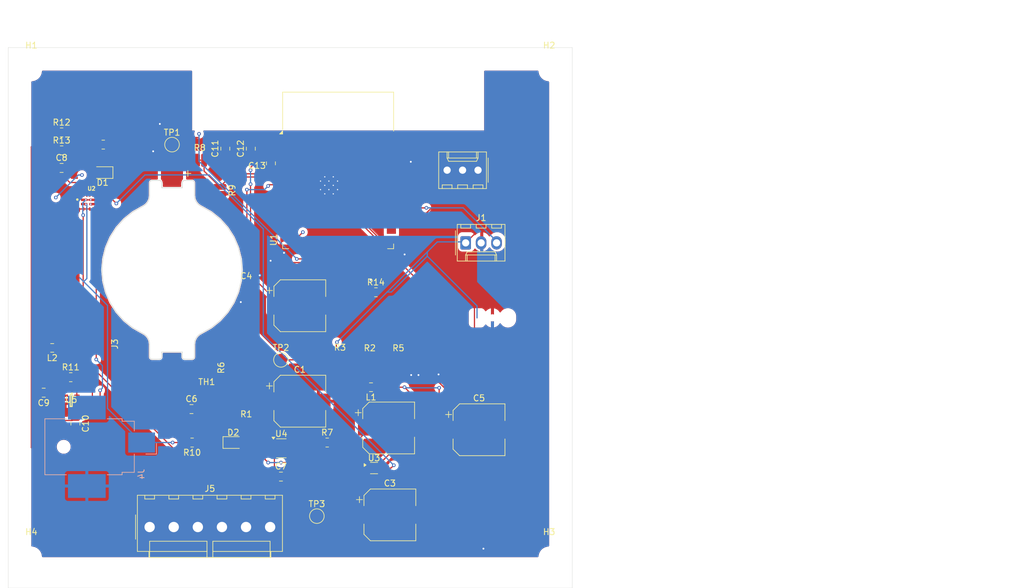
<source format=kicad_pcb>
(kicad_pcb (version 20241229) (generator "pcbnew") (generator_version "9.0")
  (layers (0 "F.Cu" signal) (2 "B.Cu" signal) (13 "F.Paste" user) (15 "B.Paste" user) (5 "F.SilkS" user "F.Silkscreen") (7 "B.SilkS" user "B.Silkscreen") (1 "F.Mask" user) (3 "B.Mask" user) (25 "Edge.Cuts" user))
  (net 0 "")
  (net 1 "/3v3")
  (net 2 "GND")
  (net 3 "Net-(U3-SW)")
  (net 4 "Net-(U3-BST)")
  (net 5 "/BUCK_IN")
  (net 6 "/IO35")
  (net 7 "/IO5")
  (net 8 "/IO12")
  (net 9 "Net-(R1-Pad2)")
  (net 10 "Net-(U3-FB)")
  (net 11 "Net-(U5-L)")
  (net 28 "/IO34")
  (net 31 "Net-(J5-Pin_5)")
  (net 35 "/IO2")
  (net 39 "Net-(J5-Pin_2)")
  (net 41 "Net-(U2-ST)")
  (net 42 "Net-(R12-Pad1)")
  (net 45 "Net-(D2-K)")
  (net 46 "Net-(D2-A)")
  (net 47 "+3.7VA")
  (net 48 "+5VB")
  (net 49 "Net-(R2-Pad1)")
  (net 50 "Net-(U4-V_{SS})")
  (net 51 "Net-(U4-PROG)")
  (net 52 "/3.7+")
  (net 53 "Net-(U5-EN)")
  (net 54 "/5vA")
  (net 55 "Net-(J5-Pin_3)")
  (net 56 "Net-(J5-Pin_4)")
  (footprint "Capacitor_SMD:CP_Elec_8x5.4" (layer "F.Cu") (at 152.7 112.1)
    (property "Reference" "C2" (hide yes))
    (property "Value" "100nF" (hide yes))
  )
  (footprint "Resistor_SMD:R_0508_1220Metric" (layer "F.Cu") (at 122.8 102.5 180)
    (property "Reference" "TH1")
    (property "Value" "Thermistor")
  )
  (footprint "Resistor_SMD:R_0805_2012Metric_Pad1.20x1.40mm_HandSolder" (layer "F.Cu") (at 100.457 103.759)
    (property "Reference" "R11")
    (property "Value" "100K")
  )
  (footprint "Resistor_SMD:R_0508_1220Metric" (layer "F.Cu") (at 154.3 101)
    (property "Reference" "R5")
    (property "Value" "2.2K")
  )
  (footprint "Inductor_SMD:L_0805_2012Metric_Pad1.15x1.40mm_HandSolder" (layer "F.Cu") (at 97.409 98.933 180)
    (property "Reference" "L2")
    (property "Value" "3.3uH")
  )
  (footprint "Capacitor_SMD:CP_Elec_8x5.4" (layer "F.Cu") (at 167.55 112.4)
    (property "Reference" "C5")
    (property "Value" "0.001uF")
  )
  (footprint "Resistor_SMD:R_0508_1220Metric" (layer "F.Cu") (at 144.7 100.9)
    (property "Reference" "R3")
    (property "Value" "5.1K")
  )
  (footprint "Resistor_SMD:R_0805_2012Metric_Pad1.20x1.40mm_HandSolder" (layer "F.Cu") (at 105.8 65.5)
    (property "Reference" "R4" (hide yes))
    (property "Value" "850" (hide yes))
  )
  (footprint "LED_SMD:LED_0805_2012Metric" (layer "F.Cu") (at 105.7 70.1 180)
    (property "Reference" "D1")
    (property "Value" "LED_Small")
  )
  (footprint "Resistor_SMD:R_0805_2012Metric_Pad1.20x1.40mm_HandSolder" (layer "F.Cu") (at 98.9575 66.449)
    (property "Reference" "R13")
    (property "Value" "5k")
  )
  (footprint "Battery:BatteryHolder_Keystone_1057_1x2032" (layer "F.Cu") (at 117.1 86.1 -90)
    (property "Reference" "J3")
    (property "Value" "Battery Connector")
    (fp_line (start 0 11.499999) (end -1.858308 11.348862) (stroke (width 0.1)) (layer "Edge.Cuts"))
    (fp_line (start -1.858308 11.348862) (end -3.667773 10.899423) (stroke (width 0.1)) (layer "Edge.Cuts"))
    (fp_line (start 1.858309 11.348862) (end 0 11.499999) (stroke (width 0.1)) (layer "Edge.Cuts"))
    (fp_line (start -3.667773 10.899423) (end -5.38083 10.163495) (stroke (width 0.1)) (layer "Edge.Cuts"))
    (fp_line (start 3.667774 10.899423) (end 1.858309 11.348862) (stroke (width 0.1)) (layer "Edge.Cuts"))
    (fp_line (start -5.38083 10.163495) (end -6.952454 9.160423) (stroke (width 0.1)) (layer "Edge.Cuts"))
    (fp_line (start 5.380831 10.163495) (end 3.667774 10.899423) (stroke (width 0.1)) (layer "Edge.Cuts"))
    (fp_line (start -6.952454 9.160423) (end -8.341335 7.916571) (stroke (width 0.1)) (layer "Edge.Cuts"))
    (fp_line (start 6.952455 9.160423) (end 5.380831 10.163495) (stroke (width 0.1)) (layer "Edge.Cuts"))
    (fp_line (start -8.341335 7.916571) (end -9.510966 6.464635) (stroke (width 0.1)) (layer "Edge.Cuts"))
    (fp_line (start 8.341336 7.916571) (end 6.952455 9.160423) (stroke (width 0.1)) (layer "Edge.Cuts"))
    (fp_line (start -9.510966 6.464635) (end -10.430603 4.842777) (stroke (width 0.1)) (layer "Edge.Cuts"))
    (fp_line (start 9.510967 6.464635) (end 8.341336 7.916571) (stroke (width 0.1)) (layer "Edge.Cuts"))
    (fp_line (start -10.430603 4.842777) (end -10.59054 4.560715) (stroke (width 0.1)) (layer "Edge.Cuts"))
    (fp_line (start 10.430604 4.842777) (end 9.510967 6.464635) (stroke (width 0.1)) (layer "Edge.Cuts"))
    (fp_line (start -10.59054 4.560715) (end -10.793954 4.308204) (stroke (width 0.1)) (layer "Edge.Cuts"))
    (fp_line (start 10.590541 4.560715) (end 10.430604 4.842777) (stroke (width 0.1)) (layer "Edge.Cuts"))
    (fp_line (start -10.793954 4.308204) (end -11.035498 4.091882) (stroke (width 0.1)) (layer "Edge.Cuts"))
    (fp_line (start 10.793955 4.308204) (end 10.590541 4.560715) (stroke (width 0.1)) (layer "Edge.Cuts"))
    (fp_line (start -11.035498 4.091882) (end -11.308824 3.917434) (stroke (width 0.1)) (layer "Edge.Cuts"))
    (fp_line (start 11.035499 4.091882) (end 10.793955 4.308204) (stroke (width 0.1)) (layer "Edge.Cuts"))
    (fp_line (start -11.308824 3.917434) (end -11.606747 3.789447) (stroke (width 0.1)) (layer "Edge.Cuts"))
    (fp_line (start 11.308825 3.917434) (end 11.035499 4.091882) (stroke (width 0.1)) (layer "Edge.Cuts"))
    (fp_line (start -11.606747 3.789447) (end -11.921437 3.711284) (stroke (width 0.1)) (layer "Edge.Cuts"))
    (fp_line (start 11.606748 3.789447) (end 11.308825 3.917434) (stroke (width 0.1)) (layer "Edge.Cuts"))
    (fp_line (start -11.921437 3.711284) (end -12.244621 3.684999) (stroke (width 0.1)) (layer "Edge.Cuts"))
    (fp_line (start 11.921438 3.711284) (end 11.606748 3.789447) (stroke (width 0.1)) (layer "Edge.Cuts"))
    (fp_line (start -12.244621 3.684999) (end -14.3 3.684899) (stroke (width 0.1)) (layer "Edge.Cuts"))
    (fp_line (start 12.244622 3.684999) (end 11.921438 3.711284) (stroke (width 0.1)) (layer "Edge.Cuts"))
    (fp_line (start 14.3 3.682793) (end 12.244622 3.684999) (stroke (width 0.1)) (layer "Edge.Cuts"))
    (fp_line (start -14.7 3.284899) (end -14.7 2.084949) (stroke (width 0.1)) (layer "Edge.Cuts"))
    (fp_line (start 14.7 2.082843) (end 14.7 3.282793) (stroke (width 0.1)) (layer "Edge.Cuts"))
    (fp_line (start -14.3 1.684949) (end -13.5 1.684949) (stroke (width 0.1)) (layer "Edge.Cuts"))
    (fp_line (start -13.5 1.684949) (end -13.5 -1.68505) (stroke (width 0.1)) (layer "Edge.Cuts"))
    (fp_line (start 13.5 1.684949) (end 14.3 1.68505) (stroke (width 0.1)) (layer "Edge.Cuts"))
    (fp_line (start -13.5 -1.68505) (end -14.3 -1.68505) (stroke (width 0.1)) (layer "Edge.Cuts"))
    (fp_line (start 13.5 -1.68505) (end 13.5 1.684949) (stroke (width 0.1)) (layer "Edge.Cuts"))
    (fp_line (start 14.3 -1.68505) (end 13.5 -1.68505) (stroke (width 0.1)) (layer "Edge.Cuts"))
    (fp_line (start -14.7 -2.08505) (end -14.7 -3.285) (stroke (width 0.1)) (layer "Edge.Cuts"))
    (fp_line (start 14.7 -3.285) (end 14.7 -2.08505) (stroke (width 0.1)) (layer "Edge.Cuts"))
    (fp_line (start -14.3 -3.685) (end -12.244621 -3.685) (stroke (width 0.1)) (layer "Edge.Cuts"))
    (fp_line (start -12.244621 -3.685) (end -11.921437 -3.711285) (stroke (width 0.1)) (layer "Edge.Cuts"))
    (fp_line (start 12.244622 -3.685) (end 14.3 -3.685) (stroke (width 0.1)) (layer "Edge.Cuts"))
    (fp_line (start -11.921437 -3.711285) (end -11.606747 -3.789448) (stroke (width 0.1)) (layer "Edge.Cuts"))
    (fp_line (start 11.921438 -3.711285) (end 12.244622 -3.685) (stroke (width 0.1)) (layer "Edge.Cuts"))
    (fp_line (start -11.606747 -3.789448) (end -11.308824 -3.917435) (stroke (width 0.1)) (layer "Edge.Cuts"))
    (fp_line (start 11.606748 -3.789448) (end 11.921438 -3.711285) (stroke (width 0.1)) (layer "Edge.Cuts"))
    (fp_line (start -11.308824 -3.917435) (end -11.035498 -4.091883) (stroke (width 0.1)) (layer "Edge.Cuts"))
    (fp_line (start 11.308825 -3.917435) (end 11.606748 -3.789448) (stroke (width 0.1)) (layer "Edge.Cuts"))
    (fp_line (start -11.035498 -4.091883) (end -10.793954 -4.308205) (stroke (width 0.1)) (layer "Edge.Cuts"))
    (fp_line (start 11.035499 -4.091883) (end 11.308825 -3.917435) (stroke (width 0.1)) (layer "Edge.Cuts"))
    (fp_line (start -10.793954 -4.308205) (end -10.59054 -4.560716) (stroke (width 0.1)) (layer "Edge.Cuts"))
    (fp_line (start 10.793955 -4.308205) (end 11.035499 -4.091883) (stroke (width 0.1)) (layer "Edge.Cuts"))
    (fp_line (start -10.59054 -4.560716) (end -10.430603 -4.842778) (stroke (width 0.1)) (layer "Edge.Cuts"))
    (fp_line (start 10.590541 -4.560716) (end 10.793955 -4.308205) (stroke (width 0.1)) (layer "Edge.Cuts"))
    (fp_line (start -10.430603 -4.842778) (end -9.510966 -6.464636) (stroke (width 0.1)) (layer "Edge.Cuts"))
    (fp_line (start 10.430604 -4.842778) (end 10.590541 -4.560716) (stroke (width 0.1)) (layer "Edge.Cuts"))
    (fp_line (start -9.510966 -6.464636) (end -8.341335 -7.916572) (stroke (width 0.1)) (layer "Edge.Cuts"))
    (fp_line (start 9.510967 -6.464636) (end 10.430604 -4.842778) (stroke (width 0.1)) (layer "Edge.Cuts"))
    (fp_line (start -8.341335 -7.916572) (end -6.952454 -9.160424) (stroke (width 0.1)) (layer "Edge.Cuts"))
    (fp_line (start 8.341336 -7.916572) (end 9.510967 -6.464636) (stroke (width 0.1)) (layer "Edge.Cuts"))
    (fp_line (start -6.952454 -9.160424) (end -5.38083 -10.163496) (stroke (width 0.1)) (layer "Edge.Cuts"))
    (fp_line (start 6.952455 -9.160424) (end 8.341336 -7.916572) (stroke (width 0.1)) (layer "Edge.Cuts"))
    (fp_line (start -5.38083 -10.163496) (end -3.667773 -10.899424) (stroke (width 0.1)) (layer "Edge.Cuts"))
    (fp_line (start 5.380831 -10.163496) (end 6.952455 -9.160424) (stroke (width 0.1)) (layer "Edge.Cuts"))
    (fp_line (start -3.667773 -10.899424) (end -1.858308 -11.348863) (stroke (width 0.1)) (layer "Edge.Cuts"))
    (fp_line (start 3.667774 -10.899424) (end 5.380831 -10.163496) (stroke (width 0.1)) (layer "Edge.Cuts"))
    (fp_line (start -1.858308 -11.348863) (end 0 -11.5) (stroke (width 0.1)) (layer "Edge.Cuts"))
    (fp_line (start 1.858309 -11.348863) (end 3.667774 -10.899424) (stroke (width 0.1)) (layer "Edge.Cuts"))
    (fp_line (start 0 -11.5) (end 1.858309 -11.348863) (stroke (width 0.1)) (layer "Edge.Cuts"))
    (fp_arc (start -14.3 3.684899) (mid -14.582843 3.567742) (end -14.7 3.284899) (stroke (width 0.1)) (layer "Edge.Cuts"))
    (fp_arc (start 14.7 3.282793) (mid 14.582843 3.565636) (end 14.3 3.682793) (stroke (width 0.1)) (layer "Edge.Cuts"))
    (fp_arc (start -14.7 2.084949) (mid -14.582843 1.802106) (end -14.3 1.684949) (stroke (width 0.1)) (layer "Edge.Cuts"))
    (fp_arc (start 14.3 1.68505) (mid 14.582843 1.802207) (end 14.7 2.08505) (stroke (width 0.1)) (layer "Edge.Cuts"))
    (fp_arc (start -14.3 -1.68505) (mid -14.582843 -1.802207) (end -14.7 -2.08505) (stroke (width 0.1)) (layer "Edge.Cuts"))
    (fp_arc (start 14.7 -2.08505) (mid 14.582843 -1.802207) (end 14.3 -1.68505) (stroke (width 0.1)) (layer "Edge.Cuts"))
    (fp_arc (start -14.7 -3.285) (mid -14.582843 -3.567843) (end -14.3 -3.685) (stroke (width 0.1)) (layer "Edge.Cuts"))
    (fp_arc (start 14.3 -3.685) (mid 14.582843 -3.567843) (end 14.7 -3.285) (stroke (width 0.1)) (layer "Edge.Cuts"))
  )
  (footprint "Resistor_SMD:R_0508_1220Metric" (layer "F.Cu") (at 127.2 102.2 90)
    (property "Reference" "R6")
    (property "Value" "1.5K")
  )
  (footprint "Capacitor_SMD:C_0805_2012Metric_Pad1.18x1.45mm_HandSolder" (layer "F.Cu") (at 125.857 66.167 90)
    (property "Reference" "C11")
    (property "Value" "22uf")
  )
  (footprint "Resistor_SMD:R_0805_2012Metric_Pad1.20x1.40mm_HandSolder" (layer "F.Cu") (at 98.9575 63.499)
    (property "Reference" "R12")
    (property "Value" "20k")
  )
  (footprint "KiCadExtras:IC_TPS2121RUXR" (layer "F.Cu") (at 103.338 74.937)
    (property "Reference" "U2")
    (property "Value" "TPS2121RUXR")
  )
  (footprint "TestPoint:TestPoint_Pad_D2.0mm" (layer "F.Cu") (at 140.9 126.6)
    (property "Reference" "TP3")
    (property "Value" "BUCK_IN")
  )
  (footprint "Capacitor_SMD:C_0805_2012Metric_Pad1.18x1.45mm_HandSolder" (layer "F.Cu") (at 120.3 109)
    (property "Reference" "C6")
    (property "Value" "4.7uF")
  )
  (footprint "Resistor_SMD:R_0508_1220Metric" (layer "F.Cu") (at 121.793 68.072)
    (property "Reference" "R8")
    (property "Value" "1.5K")
  )
  (footprint "Connector_Molex:Molex_KK-254_AE-6410-03A_1x03_P2.54mm_Vertical" (layer "F.Cu") (at 165.354 81.661)
    (property "Reference" "J1")
    (property "Value" "Paddle Sensor")
  )
  (footprint "LED_SMD:LED_0805_2012Metric" (layer "F.Cu") (at 127.1625 114.5)
    (property "Reference" "D2")
    (property "Value" "LED_Small")
  )
  (footprint "KiCadExtras:DCK0006A" (layer "F.Cu") (at 100.522999 107.457001)
    (property "Reference" "U5")
    (property "Value" "TPS61222DCKR")
  )
  (footprint "MountingHole:MountingHole_3.2mm_M3" (layer "F.Cu") (at 179.07 133.35)
    (property "Reference" "H3")
    (property "Value" "MountingHole")
  )
  (footprint "Package_TO_SOT_SMD:SOT-23-5" (layer "F.Cu") (at 135.0625 115.45)
    (property "Reference" "U4")
    (property "Value" "MCP73831-2-OT")
  )
  (footprint "Capacitor_SMD:C_0805_2012Metric_Pad1.18x1.45mm_HandSolder" (layer "F.Cu") (at 135 120.1)
    (property "Reference" "C7")
    (property "Value" "4.7uF")
  )
  (footprint "Capacitor_SMD:CP_Elec_8x5.4" (layer "F.Cu") (at 138.1 92)
    (property "Reference" "C4")
    (property "Value" "22uF")
  )
  (footprint "Capacitor_SMD:C_0805_2012Metric_Pad1.18x1.45mm_HandSolder" (layer "F.Cu") (at 96.012 106.299 180)
    (property "Reference" "C9")
    (property "Value" "10uF")
  )
  (footprint "RF_Module:ESP32-WROOM-32D" (layer "F.Cu") (at 144.4 72.731)
    (property "Reference" "U1")
    (property "Value" "ESP32-WROOM-32E")
  )
  (footprint "TestPoint:TestPoint_Pad_D2.0mm" (layer "F.Cu") (at 117.1 65.5)
    (property "Reference" "TP1")
    (property "Value" "3.7+")
  )
  (footprint "Capacitor_SMD:C_0805_2012Metric_Pad1.18x1.45mm_HandSolder" (layer "F.Cu") (at 130.048 66.167 90)
    (property "Reference" "C12")
    (property "Value" "0.1uf")
  )
  (footprint "Capacitor_SMD:C_0805_2012Metric_Pad1.18x1.45mm_HandSolder" (layer "F.Cu") (at 133.35 68.58 90)
    (property "Reference" "C13")
    (property "Value" "1uf")
  )
  (footprint "MountingHole:MountingHole_3.2mm_M3" (layer "F.Cu") (at 93.98 133.35)
    (property "Reference" "H4")
    (property "Value" "MountingHole")
  )
  (footprint "Resistor_SMD:R_0805_2012Metric_Pad1.20x1.40mm_HandSolder" (layer "F.Cu") (at 150.606 89.789)
    (property "Reference" "R14")
    (property "Value" "R")
  )
  (footprint "Capacitor_SMD:C_0805_2012Metric_Pad1.18x1.45mm_HandSolder" (layer "F.Cu") (at 101.219 111.379 -90)
    (property "Reference" "C10")
    (property "Value" "40uF")
  )
  (footprint "Capacitor_SMD:C_0805_2012Metric_Pad1.18x1.45mm_HandSolder" (layer "F.Cu") (at 98.9545 69.342)
    (property "Reference" "C8")
    (property "Value" "1uF")
  )
  (footprint "MountingHole:MountingHole_3.2mm_M3" (layer "F.Cu") (at 179.07 53.34)
    (property "Reference" "H2")
    (property "Value" "MountingHole")
  )
  (footprint "Capacitor_SMD:CP_Elec_8x5.4" (layer "F.Cu") (at 152.9 126.4)
    (property "Reference" "C3")
    (property "Value" "440uf")
  )
  (footprint "Inductor_SMD:L_0805_2012Metric_Pad1.15x1.40mm_HandSolder" (layer "F.Cu") (at 149.8 105.4 180)
    (property "Reference" "L1")
    (property "Value" "3.3uH")
  )
  (footprint "TestPoint:TestPoint_Pad_D2.0mm" (layer "F.Cu") (at 135 100.9)
    (property "Reference" "TP2")
    (property "Value" "3v3")
  )
  (footprint "Resistor_SMD:R_0805_2012Metric_Pad1.20x1.40mm_HandSolder" (layer "F.Cu") (at 120.4 114.5 180)
    (property "Reference" "R10")
    (property "Value" "850")
  )
  (footprint "Connector_Molex:Molex_KK-254_AE-6410-03A_1x03_P2.54mm_Vertical" (layer "F.Cu") (at 167.386 69.703 180)
    (property "Reference" "J2" (hide yes))
    (property "Value" "Motion Sensor" (hide yes))
  )
  (footprint "Resistor_SMD:R_0508_1220Metric" (layer "F.Cu") (at 129.3 107.8 180)
    (property "Reference" "R1")
    (property "Value" "10K")
  )
  (footprint "Capacitor_SMD:CP_Elec_8x5.4" (layer "F.Cu") (at 138.1 107.7)
    (property "Reference" "C1")
    (property "Value" "0.1uF")
  )
  (footprint "Resistor_SMD:R_0508_1220Metric" (layer "F.Cu") (at 124.968 73.025 -90)
    (property "Reference" "R9")
    (property "Value" "5.1K")
  )
  (footprint "Resistor_SMD:R_0508_1220Metric" (layer "F.Cu") (at 149.6 101)
    (property "Reference" "R2")
    (property "Value" "1.5K")
  )
  (footprint "Resistor_SMD:R_0805_2012Metric_Pad1.20x1.40mm_HandSolder" (layer "F.Cu") (at 142.6 114.5)
    (property "Reference" "R7")
    (property "Value" "120k")
  )
  (footprint "Package_TO_SOT_SMD:SOT-563" (layer "F.Cu") (at 150.3 118.7)
    (property "Reference" "U3")
    (property "Value" "AP62150Z6")
  )
  (footprint "MountingHole:MountingHole_3.2mm_M3" (layer "F.Cu") (at 93.98 53.34)
    (property "Reference" "H1")
    (property "Value" "MountingHole")
  )
  (footprint "Connector_Molex:Molex_KK-396_A-41791-0006_1x06_P3.96mm_Vertical" (layer "F.Cu") (at 113.423 128.397)
    (property "Reference" "J5")
    (property "Value" "Conn_01x06_Pin")
  )
  (footprint "Connector_BarrelJack:BarrelJack_CUI_PJ-036AH-SMT_Horizontal" (layer "B.Cu") (at 106.3 115.2 90)
    (property "Reference" "J4")
    (property "Value" "Barrel_Jack")
  )
  (gr_line (start 102.235 75.184) (end 102.87 75.438) (stroke (width 0.2)) (layer "F.Cu") (net 48))
  (gr_line (start 117.1 65.5) (end 121.793 68.072) (stroke (width 0.2)) (layer "F.Cu") (net 47))
  (gr_rect (start 90.17 49.53) (end 182.88 138.43) (stroke (width 0.05)) (fill no) (layer "Edge.Cuts"))
  (segment (start 158.115 96.774) (end 158.115 97.028) (width 0.2) (layer "F.Cu") (net 0))
  (segment (start 158.115 97.028) (end 157.988 97.155) (width 0.2) (layer "F.Cu") (net 0))
  (via (at 98 74.2) (size 0.6) (drill 0.3) (layers "F.Cu" "B.Cu") (net 0))
  (via (at 102.3 70.5) (size 0.6) (drill 0.3) (layers "F.Cu" "B.Cu") (net 0))
  (segment (start 102.3 70.5) (end 101.7 70.5) (width 0.2) (layer "B.Cu") (net 0))
  (segment (start 101.7 70.5) (end 98 74.2) (width 0.2) (layer "B.Cu") (net 0))
  (segment (start 135 100.9) (end 144.125 100.9) (width 0.2) (layer "F.Cu") (net 1))
  (segment (start 133.512 65.751) (end 135.65 65.751) (width 0.2) (layer "F.Cu") (net 1))
  (segment (start 130 102.65) (end 130 95.9) (width 0.2) (layer "F.Cu") (net 1))
  (segment (start 144.2 98) (end 144.125 98.075) (width 0.2) (layer "F.Cu") (net 1))
  (segment (start 131.5015 65.751) (end 135.65 65.751) (width 0.2) (layer "F.Cu") (net 1))
  (segment (start 130 86.95) (end 130 95.9) (width 0.2) (layer "F.Cu") (net 1))
  (segment (start 144.125 98.075) (end 144.125 100.9) (width 0.2) (layer "F.Cu") (net 1))
  (segment (start 167.386 79.629) (end 165.354 81.661) (width 0.2) (layer "F.Cu") (net 1))
  (segment (start 130 69.7) (end 130 69.263) (width 0.2) (layer "F.Cu") (net 1))
  (segment (start 130.048 67.2045) (end 131.5015 65.751) (width 0.2) (layer "F.Cu") (net 1))
  (segment (start 129.975 107.7) (end 129.875 107.8) (width 0.2) (layer "F.Cu") (net 1))
  (segment (start 130.048 67.2045) (end 125.857 67.2045) (width 0.2) (layer "F.Cu") (net 1))
  (segment (start 130 86.95) (end 130 72) (width 0.2) (layer "F.Cu") (net 1))
  (segment (start 144.125 100.9) (end 144.125 101.975) (width 0.2) (layer "F.Cu") (net 1))
  (segment (start 144.125 101.975) (end 147.55 105.4) (width 0.2) (layer "F.Cu") (net 1))
  (segment (start 147.55 105.4) (end 148.775 105.4) (width 0.2) (layer "F.Cu") (net 1))
  (segment (start 135.05 107.7) (end 130 102.65) (width 0.2) (layer "F.Cu") (net 1))
  (segment (start 135.05 107.7) (end 129.975 107.7) (width 0.2) (layer "F.Cu") (net 1))
  (segment (start 130 95.9) (end 135 100.9) (width 0.2) (layer "F.Cu") (net 1))
  (segment (start 167.386 69.703) (end 167.386 79.629) (width 0.2) (layer "F.Cu") (net 1))
  (segment (start 135.05 92) (end 130 86.95) (width 0.2) (layer "F.Cu") (net 1))
  (segment (start 130 69.263) (end 133.512 65.751) (width 0.2) (layer "F.Cu") (net 1))
  (via (at 130 72) (size 0.6) (drill 0.3) (layers "F.Cu" "B.Cu") (net 1))
  (via (at 144.2 98) (size 0.6) (drill 0.3) (layers "F.Cu" "B.Cu") (net 1))
  (via (at 130 69.7) (size 0.6) (drill 0.3) (layers "F.Cu" "B.Cu") (net 1))
  (segment (start 165.46 81.5) (end 160.7 81.5) (width 0.2) (layer "B.Cu") (net 1))
  (segment (start 167.22 94) (end 167.22 92.02) (width 0.2) (layer "B.Cu") (net 1))
  (segment (start 160.7 81.5) (end 152.45 89.75) (width 0.2) (layer "B.Cu") (net 1))
  (segment (start 152.45 89.75) (end 144.2 98) (width 0.2) (layer "B.Cu") (net 1))
  (segment (start 159.05 83.85) (end 159.05 83.15) (width 0.2) (layer "B.Cu") (net 1))
  (segment (start 167.22 92.02) (end 159.05 83.85) (width 0.2) (layer "B.Cu") (net 1))
  (segment (start 152.45 89.75) (end 153.15 89.75) (width 0.2) (layer "B.Cu") (net 1))
  (segment (start 130 72) (end 130 69.7) (width 0.2) (layer "B.Cu") (net 1))
  (segment (start 153.15 89.75) (end 159.05 83.85) (width 0.2) (layer "B.Cu") (net 1))
  (segment (start 101.613 73.787) (end 101.6 73.8) (width 0.2) (layer "F.Cu") (net 2))
  (segment (start 128.4 91.4) (end 128.4 92) (width 0.2) (layer "F.Cu") (net 2))
  (segment (start 101.413 76.087) (end 101.4 76.1) (width 0.2) (layer "F.Cu") (net 2))
  (segment (start 132.95 85.45) (end 132.9 85.5) (width 0.2) (layer "F.Cu") (net 2))
  (segment (start 102.588 76.087) (end 104.088 76.087) (width 0.2) (layer "F.Cu") (net 2))
  (segment (start 104.762 67.8312) (end 104.762 67.8317) (width 0.2) (layer "F.Cu") (net 2))
  (segment (start 102.588 73.787) (end 102.1 73.787) (width 0.2) (layer "F.Cu") (net 2))
  (segment (start 104.7 65.5) (end 104.762 65.5625) (width 0.2) (layer "F.Cu") (net 2))
  (segment (start 130.6965 64.481) (end 130.048 65.1295) (width 0.2) (layer "F.Cu") (net 2))
  (segment (start 102.1 73.787) (end 101.613 73.787) (width 0.2) (layer "F.Cu") (net 2))
  (segment (start 131.5 86.9) (end 131.5 87) (width 0.2) (layer "F.Cu") (net 2))
  (segment (start 106.638 69.8925) (end 106.68 69.85) (width 0.2) (layer "F.Cu") (net 2))
  (segment (start 104.762 67.8317) (end 104.762 70.1) (width 0.2) (layer "F.Cu") (net 2))
  (segment (start 130.048 65.1295) (end 125.857 65.1295) (width 0.2) (layer "F.Cu") (net 2))
  (segment (start 117 101.25) (end 117 104.7) (width 0.2) (layer "F.Cu") (net 2))
  (segment (start 106.638 70.1) (end 106.638 69.8925) (width 0.2) (layer "F.Cu") (net 2))
  (segment (start 149.588 119.2) (end 149.188 119.6) (width 0.2) (layer "F.Cu") (net 2))
  (segment (start 104.762 65.5625) (end 104.762 67.8312) (width 0.2) (layer "F.Cu") (net 2))
  (segment (start 104.7625 70.1) (end 104.762 70.1) (width 0.2) (layer "F.Cu") (net 2))
  (segment (start 133.3 84.6) (end 133.3 85.1) (width 0.2) (layer "F.Cu") (net 2))
  (segment (start 136.559 82.241) (end 135.5 83.3) (width 0.2) (layer "F.Cu") (net 2))
  (segment (start 135.65 64.481) (end 130.6965 64.481) (width 0.2) (layer "F.Cu") (net 2))
  (segment (start 156.4 103.4) (end 157.6 103.4) (width 0.2) (layer "F.Cu") (net 2))
  (segment (start 154.875 101) (end 156.4 102.525) (width 0.2) (layer "F.Cu") (net 2))
  (segment (start 104.8 65.5) (end 104.7 65.5) (width 0.2) (layer "F.Cu") (net 2))
  (segment (start 104.762 67.8312) (end 104.762 70.1) (width 0.2) (layer "F.Cu") (net 2))
  (segment (start 133.3 85.1) (end 132.95 85.45) (width 0.2) (layer "F.Cu") (net 2))
  (segment (start 102.588 76.087) (end 101.413 76.087) (width 0.2) (layer "F.Cu") (net 2))
  (segment (start 138.69 82.241) (end 136.559 82.241) (width 0.2) (layer "F.Cu") (net 2))
  (segment (start 149.188 119.6) (end 147 119.6) (width 0.2) (layer "F.Cu") (net 2))
  (segment (start 147 119.6) (end 146.8 119.8) (width 0.2) (layer "F.Cu") (net 2))
  (segment (start 156.4 102.525) (end 156.4 103.4) (width 0.2) (layer "F.Cu") (net 2))
  (segment (start 132.95 85.45) (end 131.5 86.9) (width 0.2) (layer "F.Cu") (net 2))
  (via (at 128.4 91.4) (size 0.6) (drill 0.3) (layers "F.Cu" "B.Cu") (net 2))
  (via (at 114 66.6) (size 0.6) (drill 0.3) (layers "F.Cu" "B.Cu") (net 2))
  (via (at 160.9 103.3) (size 0.6) (drill 0.3) (layers "F.Cu" "B.Cu") (net 2))
  (via (at 131.5 87) (size 0.6) (drill 0.3) (layers "F.Cu" "B.Cu") (net 2))
  (via (at 135.5 83.3) (size 0.6) (drill 0.3) (layers "F.Cu" "B.Cu") (net 2))
  (via (at 133.3 84.6) (size 0.6) (drill 0.3) (layers "F.Cu" "B.Cu") (net 2))
  (via (at 157.6 103.4) (size 0.6) (drill 0.3) (layers "F.Cu" "B.Cu") (net 2))
  (via (at 156.4 103.4) (size 0.6) (drill 0.3) (layers "F.Cu" "B.Cu") (net 2))
  (via (at 115.1 62.1) (size 0.6) (drill 0.3) (layers "F.Cu" "B.Cu") (net 2))
  (segment (start 114 66.6) (end 114 63.2) (width 0.2) (layer "B.Cu") (net 2))
  (segment (start 128.4 90.1) (end 128.4 91.4) (width 0.2) (layer "B.Cu") (net 2))
  (segment (start 131.5 87) (end 128.4 90.1) (width 0.2) (layer "B.Cu") (net 2))
  (segment (start 135.5 83.3) (end 134.6 83.3) (width 0.2) (layer "B.Cu") (net 2))
  (segment (start 134.6 83.3) (end 133.3 84.6) (width 0.2) (layer "B.Cu") (net 2))
  (segment (start 157.6 103.4) (end 160.8 103.4) (width 0.2) (layer "B.Cu") (net 2))
  (segment (start 114 63.2) (end 115.1 62.1) (width 0.2) (layer "B.Cu") (net 2))
  (segment (start 160.8 103.4) (end 160.9 103.3) (width 0.2) (layer "B.Cu") (net 2))
  (segment (start 147.6 118.7) (end 149.588 118.7) (width 0.2) (layer "F.Cu") (net 3))
  (segment (start 149.65 112.1) (end 147.6 114.15) (width 0.2) (layer "F.Cu") (net 3))
  (segment (start 147.6 114.15) (end 147.6 118.7) (width 0.2) (layer "F.Cu") (net 3))
  (segment (start 150.825 105.4) (end 155.3 105.4) (width 0.2) (layer "F.Cu") (net 4))
  (segment (start 158 108.1) (end 158 109.85) (width 0.2) (layer "F.Cu") (net 4))
  (segment (start 153.9 119.2) (end 161 112.1) (width 0.2) (layer "F.Cu") (net 4))
  (segment (start 158 109.85) (end 155.75 112.1) (width 0.2) (layer "F.Cu") (net 4))
  (segment (start 151.0125 119.2) (end 151.2264 119.2) (width 0.2) (layer "F.Cu") (net 4))
  (segment (start 151.2264 119.2) (end 153.9 119.2) (width 0.2) (layer "F.Cu") (net 4))
  (segment (start 151.012 119.2) (end 151.0125 119.2) (width 0.2) (layer "F.Cu") (net 4))
  (segment (start 155.3 105.4) (end 158 108.1) (width 0.2) (layer "F.Cu") (net 4))
  (segment (start 161 112.1) (end 161 105.5) (width 0.2) (layer "F.Cu") (net 4))
  (via (at 161 105.5) (size 0.6) (drill 0.3) (layers "F.Cu" "B.Cu") (net 4))
  (via (at 155.3 105.4) (size 0.6) (drill 0.3) (layers "F.Cu" "B.Cu") (net 4))
  (segment (start 155.4 105.5) (end 155.3 105.4) (width 0.2) (layer "B.Cu") (net 4))
  (segment (start 161 105.5) (end 155.4 105.5) (width 0.2) (layer "B.Cu") (net 4))
  (segment (start 148.551 121.126) (end 147 121.126) (width 0.2) (layer "F.Cu") (net 5))
  (segment (start 146.526 121.6) (end 133.074 121.6) (width 0.2) (layer "F.Cu") (net 5))
  (segment (start 149.977 118.2) (end 150.226 118.449) (width 0.2) (layer "F.Cu") (net 5))
  (segment (start 140.9 126.6) (end 143.95 123.55) (width 0.2) (layer "F.Cu") (net 5))
  (segment (start 149.5875 118.2) (end 149.588 118.2) (width 0.2) (layer "F.Cu") (net 5))
  (segment (start 122.55 120.7) (end 102.5 100.65) (width 0.2) (layer "F.Cu") (net 5))
  (segment (start 102.663 74.587) (end 102.938 74.587) (width 0.2) (layer "F.Cu") (net 5))
  (segment (start 104.013 74.587) (end 107.353 74.587) (width 0.2) (layer "F.Cu") (net 5))
  (segment (start 103.738 74.587) (end 102.938 74.587) (width 0.2) (layer "F.Cu") (net 5))
  (segment (start 104.013 74.587) (end 103.738 74.587) (width 0.2) (layer "F.Cu") (net 5))
  (segment (start 149.588 118.2) (end 149.977 118.2) (width 0.2) (layer "F.Cu") (net 5))
  (segment (start 153.543 118.237) (end 153.08 118.7) (width 0.2) (layer "F.Cu") (net 5))
  (segment (start 147 121.126) (end 146.526 121.6) (width 0.2) (layer "F.Cu") (net 5))
  (segment (start 153.08 118.7) (end 151.0125 118.7) (width 0.2) (layer "F.Cu") (net 5))
  (segment (start 132.174 120.7) (end 122.55 120.7) (width 0.2) (layer "F.Cu") (net 5))
  (segment (start 150.226 119.451) (end 148.551 121.126) (width 0.2) (layer "F.Cu") (net 5))
  (segment (start 147 123.55) (end 147 121.126) (width 0.2) (layer "F.Cu") (net 5))
  (segment (start 133.074 121.6) (end 132.174 120.7) (width 0.2) (layer "F.Cu") (net 5))
  (segment (start 143.95 123.55) (end 147 123.55) (width 0.2) (layer "F.Cu") (net 5))
  (segment (start 102.5 100.65) (end 102.5 77.1) (width 0.2) (layer "F.Cu") (net 5))
  (segment (start 149.85 126.4) (end 147 123.55) (width 0.2) (layer "F.Cu") (net 5))
  (segment (start 150.226 118.449) (end 150.226 119.451) (width 0.2) (layer "F.Cu") (net 5))
  (segment (start 107.353 74.587) (end 107.95 75.184) (width 0.2) (layer "F.Cu") (net 5))
  (via (at 107.95 75.184) (size 0.6) (drill 0.3) (layers "F.Cu" "B.Cu") (net 5))
  (via (at 153.543 118.237) (size 0.6) (drill 0.3) (layers "F.Cu" "B.Cu") (net 5))
  (via (at 102.5 77.1) (size 0.6) (drill 0.3) (layers "F.Cu" "B.Cu") (net 5))
  (segment (start 107.95 75.184) (end 112.649 70.485) (width 0.2) (layer "B.Cu") (net 5))
  (segment (start 123.2179 70.485) (end 132.101 79.3681) (width 0.2) (layer "B.Cu") (net 5))
  (segment (start 112.649 70.485) (end 123.2179 70.485) (width 0.2) (layer "B.Cu") (net 5))
  (segment (start 132.101 96.795) (end 153.543 118.237) (width 0.2) (layer "B.Cu") (net 5))
  (segment (start 102.5 77.1) (end 102.4368 77.0368) (width 0.2) (layer "B.Cu") (net 5))
  (segment (start 132.101 79.3681) (end 132.101 96.795) (width 0.2) (layer "B.Cu") (net 5))
  (segment (start 102.4368 77.0368) (end 102.4368 75.0882) (width 0.2) (layer "B.Cu") (net 5))
  (segment (start 102.4368 75.0882) (end 102.938 74.587) (width 0.2) (layer "B.Cu") (net 5))
  (segment (start 164.5 112.4) (end 164.5 94.819) (width 0.2) (layer "F.Cu") (net 6))
  (segment (start 136.6 72.101) (end 135.65 72.101) (width 0.2) (layer "F.Cu") (net 6))
  (segment (start 127.2 101.625) (end 129.4 99.425) (width 0.2) (layer "F.Cu") (net 6))
  (segment (start 164.5 94.819) (end 145.881 76.2) (width 0.2) (layer "F.Cu") (net 6))
  (segment (start 132.9 72.3) (end 133.099 72.101) (width 0.2) (layer "F.Cu") (net 6))
  (segment (start 129.4 99.425) (end 129.4 72.9) (width 0.2) (layer "F.Cu") (net 6))
  (segment (start 140.699 76.2) (end 136.6 72.101) (width 0.2) (layer "F.Cu") (net 6))
  (segment (start 145.881 76.2) (end 140.699 76.2) (width 0.2) (layer "F.Cu") (net 6))
  (segment (start 133.099 72.101) (end 135.65 72.101) (width 0.2) (layer "F.Cu") (net 6))
  (via (at 132.9 72.3) (size 0.6) (drill 0.3) (layers "F.Cu" "B.Cu") (net 6))
  (via (at 129.4 72.9) (size 0.6) (drill 0.3) (layers "F.Cu" "B.Cu") (net 6))
  (segment (start 129.4 72.9) (end 132.3 72.9) (width 0.2) (layer "B.Cu") (net 6))
  (segment (start 132.3 72.9) (end 132.9 72.3) (width 0.2) (layer "B.Cu") (net 6))
  (segment (start 153.15 75.911) (end 158.889 75.911) (width 0.2) (layer "F.Cu") (net 7))
  (segment (start 158.889 75.911) (end 158.9 75.9) (width 0.2) (layer "F.Cu") (net 7))
  (via (at 158.9 75.9) (size 0.6) (drill 0.3) (layers "F.Cu" "B.Cu") (net 7))
  (segment (start 164.94 75.9) (end 170.54 81.5) (width 0.2) (layer "B.Cu") (net 7))
  (segment (start 158.9 75.9) (end 164.94 75.9) (width 0.2) (layer "B.Cu") (net 7))
  (segment (start 166.801 86.1389) (end 166.801 113.63516) (width 0.2) (layer "F.Cu") (net 8))
  (segment (start 166.48516 113.951) (end 162.51484 113.951) (width 0.2) (layer "F.Cu") (net 8))
  (segment (start 141.250943 84.901) (end 136.251057 84.901) (width 0.2) (layer "F.Cu") (net 8))
  (segment (start 137.509 80.991) (end 138.6 79.9) (width 0.2) (layer "F.Cu") (net 8))
  (segment (start 162.199 113.63516) (end 162.199 105.849057) (width 0.2) (layer "F.Cu") (net 8))
  (segment (start 134.899 81.742) (end 135.65 80.991) (width 0.2) (layer "F.Cu") (net 8))
  (segment (start 136.251057 84.901) (end 134.899 83.548943) (width 0.2) (layer "F.Cu") (net 8))
  (segment (start 134.899 83.548943) (end 134.899 81.742) (width 0.2) (layer "F.Cu") (net 8))
  (segment (start 166.801 113.63516) (end 166.48516 113.951) (width 0.2) (layer "F.Cu") (net 8))
  (segment (start 162.306 69.703) (end 162.306 81.6439) (width 0.2) (layer "F.Cu") (net 8))
  (segment (start 162.51484 113.951) (end 162.199 113.63516) (width 0.2) (layer "F.Cu") (net 8))
  (segment (start 162.199 105.849057) (end 141.250943 84.901) (width 0.2) (layer "F.Cu") (net 8))
  (segment (start 135.65 80.991) (end 137.509 80.991) (width 0.2) (layer "F.Cu") (net 8))
  (segment (start 162.306 81.6439) (end 166.801 86.1389) (width 0.2) (layer "F.Cu") (net 8))
  (via (at 138.6 79.9) (size 0.6) (drill 0.3) (layers "F.Cu" "B.Cu") (net 8))
  (segment (start 127.2 105.8) (end 126.962 106.038) (width 0.2) (layer "F.Cu") (net 9))
  (segment (start 123.425 102.5) (end 123.375 102.5) (width 0.2) (layer "F.Cu") (net 9))
  (segment (start 127.2 102.775) (end 127.2 105.8) (width 0.2) (layer "F.Cu") (net 9))
  (segment (start 126.962 106.038) (end 123.425 102.5) (width 0.2) (layer "F.Cu") (net 9))
  (segment (start 128.725 107.8) (end 126.962 106.038) (width 0.2) (layer "F.Cu") (net 9))
  (segment (start 153.186 116.026) (end 153.186 109.322) (width 0.2) (layer "F.Cu") (net 10))
  (segment (start 151.0123 118.1997) (end 151.012 118.2) (width 0.2) (layer "F.Cu") (net 10))
  (segment (start 150.175 101) (end 153.725 101) (width 0.2) (layer "F.Cu") (net 10))
  (segment (start 151.0123 118.1998) (end 151.0123 118.1997) (width 0.2) (layer "F.Cu") (net 10))
  (segment (start 151.0123 118.1997) (end 152.099 117.113) (width 0.2) (layer "F.Cu") (net 10))
  (segment (start 152.099 117.113) (end 151.0123 118.1997) (width 0.2) (layer "F.Cu") (net 10))
  (segment (start 149.949 103.251) (end 152.2 101) (width 0.2) (layer "F.Cu") (net 10))
  (segment (start 149.949 106.085) (end 149.949 103.251) (width 0.2) (layer "F.Cu") (net 10))
  (segment (start 151.0125 118.2) (end 151.0123 118.1998) (width 0.2) (layer "F.Cu") (net 10))
  (segment (start 153.186 109.322) (end 149.949 106.085) (width 0.2) (layer "F.Cu") (net 10))
  (segment (start 151.012 118.2) (end 151.0123 118.1997) (width 0.2) (layer "F.Cu") (net 10))
  (segment (start 152.099 117.113) (end 153.186 116.026) (width 0.2) (layer "F.Cu") (net 10))
  (segment (start 104.013 107.569) (end 103.759 107.569) (width 0.2) (layer "F.Cu") (net 11))
  (segment (start 98.434 98.933) (end 99.568 98.933) (width 0.2) (layer "F.Cu") (net 11))
  (segment (start 104.267 103.632) (end 104.013 103.886) (width 0.2) (layer "F.Cu") (net 11))
  (segment (start 99.568 98.933) (end 104.267 103.632) (width 0.2) (layer "F.Cu") (net 11))
  (segment (start 103.647001 107.457001) (end 101.473 107.457001) (width 0.2) (layer "F.Cu") (net 11))
  (segment (start 103.759 107.569) (end 103.647001 107.457001) (width 0.2) (layer "F.Cu") (net 11))
  (segment (start 104.013 103.886) (end 104.013 107.569) (width 0.2) (layer "F.Cu") (net 11))
  (segment (start 122.368 69.85) (end 124.968 72.45) (width 0.2) (layer "F.Cu") (net 28))
  (segment (start 122.368 68.072) (end 122.368 69.85) (width 0.2) (layer "F.Cu") (net 28))
  (segment (start 126.587 70.831) (end 135.65 70.831) (width 0.2) (layer "F.Cu") (net 28))
  (segment (start 124.968 72.45) (end 126.587 70.831) (width 0.2) (layer "F.Cu") (net 28))
  (segment (start 129.263 128.397) (end 117.317 116.451) (width 0.2) (layer "F.Cu") (net 31))
  (segment (start 130.959 70.301) (end 134.239 67.021) (width 0.2) (layer "F.Cu") (net 31))
  (segment (start 135.65 67.021) (end 133.8715 67.021) (width 0.2) (layer "F.Cu") (net 31))
  (segment (start 114.681 59.944) (end 119.0685 64.3315) (width 0.2) (layer "F.Cu") (net 31))
  (segment (start 146.0471 70.9461) (end 146.0471 75.799) (width 0.2) (layer "F.Cu") (net 31))
  (segment (start 95.115 116.451) (end 93.98 115.316) (width 0.2) (layer "F.Cu") (net 31))
  (segment (start 133.8715 67.021) (end 133.35 67.5425) (width 0.2) (layer "F.Cu") (net 31))
  (segment (start 93.98 115.316) (end 93.98 65.89034) (width 0.2) (layer "F.Cu") (net 31))
  (segment (start 121.38534 64.3315) (end 127.35484 70.301) (width 0.2) (layer "F.Cu") (net 31))
  (segment (start 149.606 87.884) (end 149.606 89.789) (width 0.2) (layer "F.Cu") (net 31))
  (segment (start 146.0471 75.799) (end 153.8141 83.566) (width 0.2) (layer "F.Cu") (net 31))
  (segment (start 134.239 67.021) (end 135.65 67.021) (width 0.2) (layer "F.Cu") (net 31))
  (segment (start 142.122 67.021) (end 146.0471 70.9461) (width 0.2) (layer "F.Cu") (net 31))
  (segment (start 149.733 87.757) (end 149.606 87.884) (width 0.2) (layer "F.Cu") (net 31))
  (segment (start 127.35484 70.301) (end 130.959 70.301) (width 0.2) (layer "F.Cu") (net 31))
  (segment (start 99.92634 59.944) (end 114.681 59.944) (width 0.2) (layer "F.Cu") (net 31))
  (segment (start 135.65 67.021) (end 142.122 67.021) (width 0.2) (layer "F.Cu") (net 31))
  (segment (start 117.317 116.451) (end 95.115 116.451) (width 0.2) (layer "F.Cu") (net 31))
  (segment (start 153.8141 83.566) (end 155.321 83.566) (width 0.2) (layer "F.Cu") (net 31))
  (segment (start 93.98 65.89034) (end 99.92634 59.944) (width 0.2) (layer "F.Cu") (net 31))
  (segment (start 119.0685 64.3315) (end 121.38534 64.3315) (width 0.2) (layer "F.Cu") (net 31))
  (via (at 149.733 87.757) (size 0.6) (drill 0.3) (layers "F.Cu" "B.Cu") (net 31))
  (via (at 155.321 83.566) (size 0.6) (drill 0.3) (layers "F.Cu" "B.Cu") (net 31))
  (segment (start 155.321 83.566) (end 151.13 87.757) (width 0.2) (layer "B.Cu") (net 31))
  (segment (start 151.13 87.757) (end 149.733 87.757) (width 0.2) (layer "B.Cu") (net 31))
  (segment (start 150.12 82.241) (end 150.12 83.191) (width 0.2) (layer "F.Cu") (net 35))
  (segment (start 149.011 84.3) (end 137.6 84.3) (width 0.2) (layer "F.Cu") (net 35))
  (segment (start 150.12 83.191) (end 149.011 84.3) (width 0.2) (layer "F.Cu") (net 35))
  (via (at 121.5396 63.7305) (size 0.6) (drill 0.3) (layers "F.Cu" "B.Cu") (net 35))
  (via (at 137.6 84.3) (size 0.6) (drill 0.3) (layers "F.Cu" "B.Cu") (net 35))
  (segment (start 121.5396 68.2396) (end 121.5396 63.7305) (width 0.2) (layer "B.Cu") (net 35))
  (segment (start 137.6 84.3) (end 124.3495 71.0495) (width 0.2) (layer "B.Cu") (net 35))
  (segment (start 124.3495 71.0495) (end 124.099 70.799) (width 0.2) (layer "B.Cu") (net 35))
  (segment (start 124.099 70.799) (end 121.5396 68.2396) (width 0.2) (layer "B.Cu") (net 35))
  (segment (start 176.022 126.492) (end 169.672 132.842) (width 0.2) (layer "F.Cu") (net 39))
  (segment (start 160.4889 65.512) (end 169.906 65.512) (width 0.2) (layer "F.Cu") (net 39))
  (segment (start 121.828 132.842) (end 117.383 128.397) (width 0.2) (layer "F.Cu") (net 39))
  (segment (start 176.022 71.628) (end 176.022 126.492) (width 0.2) (layer "F.Cu") (net 39))
  (segment (start 169.906 65.512) (end 176.022 71.628) (width 0.2) (layer "F.Cu") (net 39))
  (segment (start 169.672 132.842) (end 121.828 132.842) (width 0.2) (layer "F.Cu") (net 39))
  (segment (start 153.15 69.561) (end 156.4399 69.561) (width 0.2) (layer "F.Cu") (net 39))
  (segment (start 156.4399 69.561) (end 160.4889 65.512) (width 0.2) (layer "F.Cu") (net 39))
  (segment (start 104.088 73.4019) (end 104.088 73.787) (width 0.2) (layer "F.Cu") (net 41))
  (segment (start 97.917 69.342) (end 100.3087 71.7337) (width 0.2) (layer "F.Cu") (net 41))
  (segment (start 100.3087 71.7337) (end 102.4198 71.7337) (width 0.2) (layer "F.Cu") (net 41))
  (segment (start 102.4198 71.7337) (end 104.088 73.4019) (width 0.2) (layer "F.Cu") (net 41))
  (segment (start 98.9547 67.4518) (end 99.9575 66.449) (width 0.2) (layer "F.Cu") (net 42))
  (segment (start 97.0355 67.1842) (end 97.3031 67.4518) (width 0.2) (layer "F.Cu") (net 42))
  (segment (start 97.3031 67.4518) (end 98.9547 67.4518) (width 0.2) (layer "F.Cu") (net 42))
  (segment (start 97.0355 64.421) (end 97.0355 67.1842) (width 0.2) (layer "F.Cu") (net 42))
  (segment (start 97.9575 63.499) (end 97.0355 64.421) (width 0.2) (layer "F.Cu") (net 42))
  (segment (start 121.4 114.5) (end 126.225 114.5) (width 0.2) (layer "F.Cu") (net 45))
  (segment (start 128.1 114.5) (end 133.925 114.5) (width 0.2) (layer "F.Cu") (net 46))
  (segment (start 104.799 63.499) (end 106.8 65.5) (width 0.2) (layer "F.Cu") (net 47))
  (segment (start 97.137 67.8528) (end 96.384 68.6058) (width 0.2) (layer "F.Cu") (net 47))
  (segment (start 99.9575 63.499) (end 104.799 63.499) (width 0.2) (layer "F.Cu") (net 47))
  (segment (start 100.8585 64.4) (end 100.8585 67.13416) (width 0.2) (layer "F.Cu") (net 47))
  (segment (start 99.9575 63.499) (end 100.8585 64.4) (width 0.2) (layer "F.Cu") (net 47))
  (segment (start 117.3 65.3) (end 117.3 65.1) (width 0.2) (layer "F.Cu") (net 47))
  (segment (start 96.384 98.933) (end 96.384 102.108) (width 0.2) (layer "F.Cu") (net 47))
  (segment (start 97.0495 106.299) (end 97.409 106.299) (width 0.2) (layer "F.Cu") (net 47))
  (segment (start 97.409 106.299) (end 97.917 106.807) (width 0.2) (layer "F.Cu") (net 47))
  (segment (start 98.035 103.759) (end 96.384 102.108) (width 0.2) (layer "F.Cu") (net 47))
  (segment (start 97.917 106.807) (end 99.573001 106.807) (width 0.2) (layer "F.Cu") (net 47))
  (segment (start 100.13986 67.8528) (end 97.137 67.8528) (width 0.2) (layer "F.Cu") (net 47))
  (segment (start 96.384 105.6335) (end 97.0495 106.299) (width 0.2) (layer "F.Cu") (net 47))
  (segment (start 99.457 103.759) (end 98.035 103.759) (width 0.2) (layer "F.Cu") (net 47))
  (segment (start 100.8585 67.13416) (end 100.13986 67.8528) (width 0.2) (layer "F.Cu") (net 47))
  (segment (start 117.2 65.6) (end 117.1 65.5) (width 0.2) (layer "F.Cu") (net 47))
  (segment (start 117.1 65.5) (end 117.3 65.3) (width 0.2) (layer "F.Cu") (net 47))
  (segment (start 117.1 65.5) (end 106.8 65.5) (width 0.2) (layer "F.Cu") (net 47))
  (segment (start 117.2 70.95) (end 117.2 65.6) (width 0.2) (layer "F.Cu") (net 47))
  (segment (start 96.384 102.108) (end 96.384 105.6335) (width 0.2) (layer "F.Cu") (net 47))
  (segment (start 96.384 68.6058) (end 96.384 98.933) (width 0.2) (layer "F.Cu") (net 47))
  (segment (start 121.338 109.413) (end 121.338 112.136) (width 0.2) (layer "F.Cu") (net 48))
  (segment (start 117.2 114.5) (end 119.3 114.5) (width 0.2) (layer "F.Cu") (net 48))
  (segment (start 119.4 114.5) (end 119.3 114.5) (width 0.2) (layer "F.Cu") (net 48))
  (segment (start 121.3375 109) (end 121.338 109) (width 0.2) (layer "F.Cu") (net 48))
  (segment (start 122.7 113.499) (end 134.576 113.499) (width 0.2) (layer "F.Cu") (net 48))
  (segment (start 119.4 114.5) (end 120.401 113.499) (width 0.2) (layer "F.Cu") (net 48))
  (segment (start 102.938 75.287) (end 102.663 75.287) (width 0.2) (layer "F.Cu") (net 48))
  (segment (start 134.576 113.499) (end 135.236 114.159) (width 0.2) (layer "F.Cu") (net 48))
  (segment (start 120.401 113.499) (end 122.7 113.499) (width 0.2) (layer "F.Cu") (net 48))
  (segment (start 121.338 109.412) (end 121.338 109) (width 0.2) (layer "F.Cu") (net 48))
  (segment (start 121.338 109) (end 121.338 109.413) (width 0.2) (layer "F.Cu") (net 48))
  (segment (start 121.338 112.136) (end 122.7 113.499) (width 0.2) (layer "F.Cu") (net 48))
  (segment (start 135.236 115.436) (end 136.2 116.4) (width 0.2) (layer "F.Cu") (net 48))
  (segment (start 121.338 109.413) (end 121.338 109.412) (width 0.2) (layer "F.Cu") (net 48))
  (segment (start 135.236 114.159) (end 135.236 115.436) (width 0.2) (layer "F.Cu") (net 48))
  (via (at 117.2 114.5) (size 0.6) (drill 0.3) (layers "F.Cu" "B.Cu") (net 48))
  (segment (start 112.1 114.5) (end 106.501 108.901) (width 0.2) (layer "B.Cu") (net 48))
  (segment (start 106.501 108.901) (end 106.501 91.9541) (width 0.2) (layer "B.Cu") (net 48))
  (segment (start 103.1079 87.522) (end 102.5884 88.0415) (width 0.2) (layer "B.Cu") (net 48))
  (segment (start 102.5884 88.0415) (end 101.9 87.3531) (width 0.2) (layer "B.Cu") (net 48))
  (segment (start 112.1 114.5) (end 117.2 114.5) (width 0.2) (layer "B.Cu") (net 48))
  (segment (start 106.501 91.9541) (end 102.5884 88.0415) (width 0.2) (layer "B.Cu") (net 48))
  (segment (start 103.1079 75.4569) (end 103.1079 87.522) (width 0.2) (layer "B.Cu") (net 48))
  (segment (start 102.938 75.287) (end 103.1079 75.4569) (width 0.2) (layer "B.Cu") (net 48))
  (segment (start 148.925 100.9) (end 149.025 101) (width 0.2) (layer "F.Cu") (net 49))
  (segment (start 145.275 100.9) (end 148.925 100.9) (width 0.2) (layer "F.Cu") (net 49))
  (segment (start 132.4 117.3) (end 132.4 116.313) (width 0.2) (layer "F.Cu") (net 50))
  (segment (start 133.263 115.45) (end 133.925 115.45) (width 0.2) (layer "F.Cu") (net 50))
  (segment (start 132.4 116.313) (end 133.263 115.45) (width 0.2) (layer "F.Cu") (net 50))
  (segment (start 143.6 114.5) (end 140.3 117.8) (width 0.2) (layer "F.Cu") (net 50))
  (segment (start 140.3 117.8) (end 135 117.8) (width 0.2) (layer "F.Cu") (net 50))
  (segment (start 132.9 117.8) (end 132.4 117.3) (width 0.2) (layer "F.Cu") (net 50))
  (via (at 135 117.8) (size 0.6) (drill 0.3) (layers "F.Cu" "B.Cu") (net 50))
  (via (at 132.9 117.8) (size 0.6) (drill 0.3) (layers "F.Cu" "B.Cu") (net 50))
  (segment (start 135 117.8) (end 132.9 117.8) (width 0.2) (layer "B.Cu") (net 50))
  (segment (start 136.2 114.5) (end 141.6 114.5) (width 0.2) (layer "F.Cu") (net 51))
  (segment (start 133.925 116.4) (end 133.925 120.062) (width 0.2) (layer "F.Cu") (net 52))
  (segment (start 133.925 120.062) (end 133.962 120.1) (width 0.2) (layer "F.Cu") (net 52))
  (segment (start 133.9625 120.1) (end 133.962 120.1) (width 0.2) (layer "F.Cu") (net 52))
  (segment (start 101.457 103.759) (end 101.457 106.791) (width 0.2) (layer "F.Cu") (net 53))
  (segment (start 101.457 106.791) (end 101.473 106.807) (width 0.2) (layer "F.Cu") (net 53))
  (segment (start 104.40787 75.287) (end 104.648 75.52713) (width 0.2) (layer "F.Cu") (net 54))
  (segment (start 103.738 75.287) (end 103.8755 75.4245) (width 0.2) (layer "F.Cu") (net 54))
  (segment (start 104.648 75.52713) (end 104.648 100.838) (width 0.2) (layer "F.Cu") (net 54))
  (segment (start 104.013 75.287) (end 104.40787 75.287) (width 0.2) (layer "F.Cu") (net 54))
  (segment (start 102.3835 110.3415) (end 101.219 110.3415) (width 0.2) (layer "F.Cu") (net 54))
  (segment (start 105.283 107.442) (end 102.3835 110.3415) (width 0.2) (layer "F.Cu") (net 54))
  (segment (start 97.155 109.250002) (end 98.948001 107.457001) (width 0.2) (layer "F.Cu") (net 54))
  (segment (start 101.219 110.3415) (end 101.219 108.361) (width 0.2) (layer "F.Cu") (net 54))
  (segment (start 105.283 105.918) (end 105.283 107.442) (width 0.2) (layer "F.Cu") (net 54))
  (segment (start 101.219 108.361) (end 101.473 108.107) (width 0.2) (layer "F.Cu") (net 54))
  (segment (start 98.948001 107.457001) (end 99.573001 107.457001) (width 0.2) (layer "F.Cu") (net 54))
  (segment (start 103.8755 75.4245) (end 104.013 75.287) (width 0.2) (layer "F.Cu") (net 54))
  (segment (start 97.155 110.871) (end 97.155 109.250002) (width 0.2) (layer "F.Cu") (net 54))
  (segment (start 101.219 110.3415) (end 100.6895 110.871) (width 0.2) (layer "F.Cu") (net 54))
  (segment (start 100.6895 110.871) (end 97.155 110.871) (width 0.2) (layer "F.Cu") (net 54))
  (via (at 105.283 105.918) (size 0.6) (drill 0.3) (layers "F.Cu" "B.Cu") (net 54))
  (via (at 104.648 100.838) (size 0.6) (drill 0.3) (layers "F.Cu" "B.Cu") (net 54))
  (segment (start 105.664 105.537) (end 105.283 105.918) (width 0.2) (layer "B.Cu") (net 54))
  (segment (start 104.648 100.838) (end 105.664 101.854) (width 0.2) (layer "B.Cu") (net 54))
  (segment (start 105.664 101.854) (end 105.664 105.537) (width 0.2) (layer "B.Cu") (net 54))
  (segment (start 124.899 131.953) (end 168.275 131.953) (width 0.2) (layer "F.Cu") (net 55))
  (segment (start 156.302 68.291) (end 153.15 68.291) (width 0.2) (layer "F.Cu") (net 55))
  (segment (start 156.337 68.326) (end 156.302 68.291) (width 0.2) (layer "F.Cu") (net 55))
  (segment (start 121.343 128.397) (end 124.899 131.953) (width 0.2) (layer "F.Cu") (net 55))
  (via (at 168.275 131.953) (size 0.6) (drill 0.3) (layers "F.Cu" "B.Cu") (net 55))
  (via (at 156.337 68.326) (size 0.6) (drill 0.3) (layers "F.Cu" "B.Cu") (net 55))
  (segment (start 172.466 64.262) (end 175.133 66.929) (width 0.2) (layer "B.Cu") (net 55))
  (segment (start 160.401 64.262) (end 172.466 64.262) (width 0.2) (layer "B.Cu") (net 55))
  (segment (start 156.337 68.326) (end 160.401 64.262) (width 0.2) (layer "B.Cu") (net 55))
  (segment (start 175.133 125.095) (end 175.133 66.929) (width 0.2) (layer "B.Cu") (net 55))
  (segment (start 168.275 131.953) (end 175.133 125.095) (width 0.2) (layer "B.Cu") (net 55))
  (segment (start 175.133 66.929) (end 175.133 66.802) (width 0.2) (layer "B.Cu") (net 55))
  (segment (start 169.164 65.913) (end 160.655 65.913) (width 0.2) (layer "F.Cu") (net 56))
  (segment (start 160.655 65.913) (end 160.655 74.994943) (width 0.2) (layer "F.Cu") (net 56))
  (segment (start 160.655 74.994943) (end 154.658943 80.991) (width 0.2) (layer "F.Cu") (net 56))
  (segment (start 154.658943 80.991) (end 153.15 80.991) (width 0.2) (layer "F.Cu") (net 56))
  (segment (start 170.242 130.748) (end 175.26 125.73) (width 0.2) (layer "F.Cu") (net 56))
  (segment (start 125.303 128.397) (end 127.654 130.748) (width 0.2) (layer "F.Cu") (net 56))
  (segment (start 175.26 72.009) (end 169.164 65.913) (width 0.2) (layer "F.Cu") (net 56))
  (segment (start 175.26 125.73) (end 175.26 72.009) (width 0.2) (layer "F.Cu") (net 56))
  (segment (start 127.654 130.748) (end 170.242 130.748) (width 0.2) (layer "F.Cu") (net 56))
  (zone (net 2) (net_name "GND") (layer "F.Cu") (priority 1) (connect_pads (clearance 0.5)) (min_thickness 0.25) (fill yes (thermal_gap 0.5) (thermal_bridge_width 0.5))
    (polygon (pts (xy 93.98 53.34) (xy 179.07 53.34) (xy 179.07 133.35) (xy 93.98 133.35)))
  )
  (zone (net 2) (net_name "GND") (layer "B.Cu") (priority 2) (connect_pads (clearance 0.5)) (min_thickness 0.25) (fill yes (thermal_gap 0.5) (thermal_bridge_width 0.5))
    (polygon (pts (xy 93.98 53.34) (xy 179.07 53.34) (xy 179.07 133.35) (xy 93.98 133.35) (xy 95.758 133.35) (xy 93.98 131.572)))
  )
)
</source>
